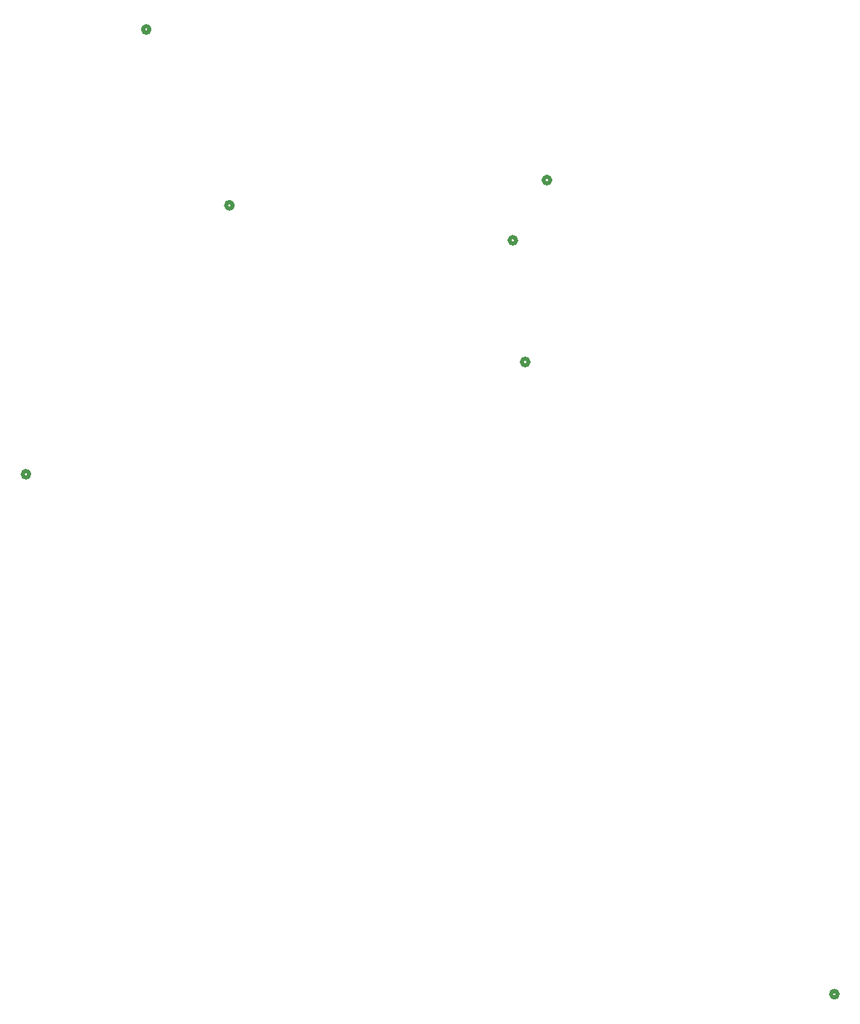
<source format=gbr>
%TF.GenerationSoftware,KiCad,Pcbnew,8.0.4*%
%TF.CreationDate,2024-10-24T16:41:09-04:00*%
%TF.ProjectId,merged,6d657267-6564-42e6-9b69-6361645f7063,rev?*%
%TF.SameCoordinates,Original*%
%TF.FileFunction,Legend,Bot*%
%TF.FilePolarity,Positive*%
%FSLAX46Y46*%
G04 Gerber Fmt 4.6, Leading zero omitted, Abs format (unit mm)*
G04 Created by KiCad (PCBNEW 8.0.4) date 2024-10-24 16:41:09*
%MOMM*%
%LPD*%
G01*
G04 APERTURE LIST*
%ADD10C,0.508000*%
G04 APERTURE END LIST*
D10*
%TO.C,J9*%
X366086200Y-185841400D02*
G75*
G02*
X365324200Y-185841400I-381000J0D01*
G01*
X365324200Y-185841400D02*
G75*
G02*
X366086200Y-185841400I381000J0D01*
G01*
%TO.C,J15*%
X436839100Y-278000000D02*
G75*
G02*
X436077100Y-278000000I-381000J0D01*
G01*
X436077100Y-278000000D02*
G75*
G02*
X436839100Y-278000000I381000J0D01*
G01*
%TO.C,J13*%
X356358000Y-165296501D02*
G75*
G02*
X355596000Y-165296501I-381000J0D01*
G01*
X355596000Y-165296501D02*
G75*
G02*
X356358000Y-165296501I381000J0D01*
G01*
%TO.C,J10*%
X403221000Y-182895000D02*
G75*
G02*
X402459000Y-182895000I-381000J0D01*
G01*
X402459000Y-182895000D02*
G75*
G02*
X403221000Y-182895000I381000J0D01*
G01*
%TO.C,J12*%
X399233200Y-189930800D02*
G75*
G02*
X398471200Y-189930800I-381000J0D01*
G01*
X398471200Y-189930800D02*
G75*
G02*
X399233200Y-189930800I381000J0D01*
G01*
%TO.C,J14*%
X342286400Y-217257499D02*
G75*
G02*
X341524400Y-217257499I-381000J0D01*
G01*
X341524400Y-217257499D02*
G75*
G02*
X342286400Y-217257499I381000J0D01*
G01*
%TO.C,J11*%
X400681000Y-204142100D02*
G75*
G02*
X399919000Y-204142100I-381000J0D01*
G01*
X399919000Y-204142100D02*
G75*
G02*
X400681000Y-204142100I381000J0D01*
G01*
%TD*%
M02*

</source>
